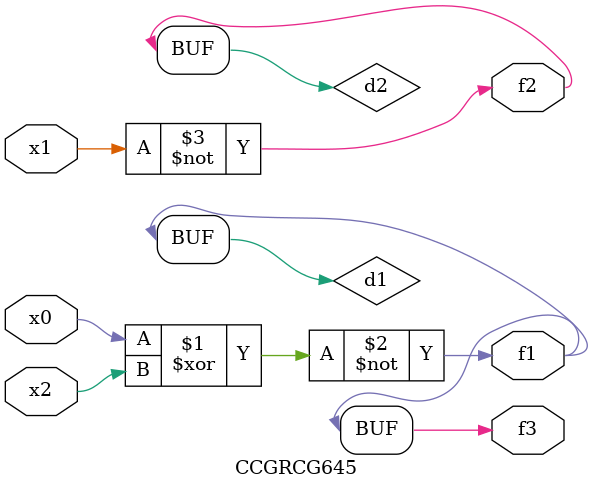
<source format=v>
module CCGRCG645(
	input x0, x1, x2,
	output f1, f2, f3
);

	wire d1, d2, d3;

	xnor (d1, x0, x2);
	nand (d2, x1);
	nor (d3, x1, x2);
	assign f1 = d1;
	assign f2 = d2;
	assign f3 = d1;
endmodule

</source>
